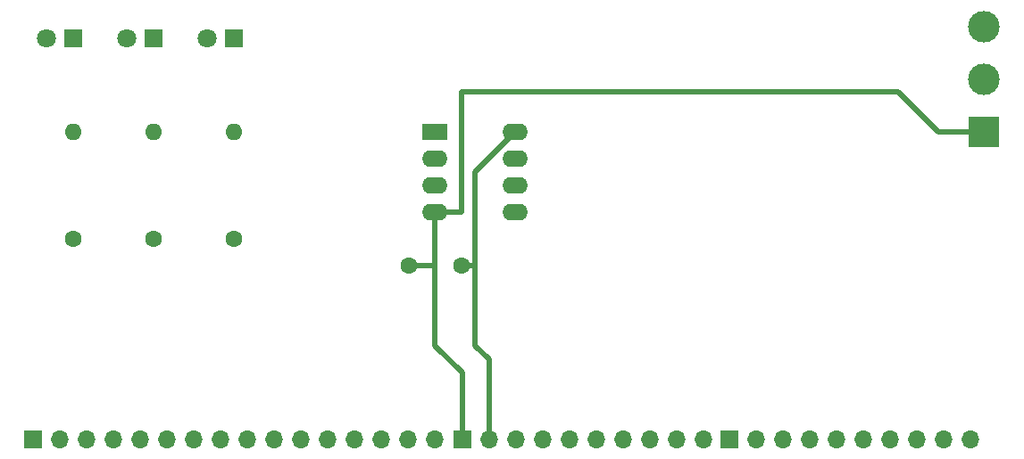
<source format=gbr>
%TF.GenerationSoftware,KiCad,Pcbnew,6.0.11+dfsg-1*%
%TF.CreationDate,2026-01-02T13:29:43+01:00*%
%TF.ProjectId,clock,636c6f63-6b2e-46b6-9963-61645f706362,rev?*%
%TF.SameCoordinates,Original*%
%TF.FileFunction,Copper,L1,Top*%
%TF.FilePolarity,Positive*%
%FSLAX46Y46*%
G04 Gerber Fmt 4.6, Leading zero omitted, Abs format (unit mm)*
G04 Created by KiCad (PCBNEW 6.0.11+dfsg-1) date 2026-01-02 13:29:43*
%MOMM*%
%LPD*%
G01*
G04 APERTURE LIST*
%TA.AperFunction,ComponentPad*%
%ADD10C,3.000000*%
%TD*%
%TA.AperFunction,ComponentPad*%
%ADD11R,3.000000X3.000000*%
%TD*%
%TA.AperFunction,ComponentPad*%
%ADD12C,1.600000*%
%TD*%
%TA.AperFunction,ComponentPad*%
%ADD13O,1.600000X1.600000*%
%TD*%
%TA.AperFunction,ComponentPad*%
%ADD14R,2.400000X1.600000*%
%TD*%
%TA.AperFunction,ComponentPad*%
%ADD15O,2.400000X1.600000*%
%TD*%
%TA.AperFunction,ComponentPad*%
%ADD16R,1.800000X1.800000*%
%TD*%
%TA.AperFunction,ComponentPad*%
%ADD17C,1.800000*%
%TD*%
%TA.AperFunction,ComponentPad*%
%ADD18R,1.700000X1.700000*%
%TD*%
%TA.AperFunction,ComponentPad*%
%ADD19O,1.700000X1.700000*%
%TD*%
%TA.AperFunction,Conductor*%
%ADD20C,0.500000*%
%TD*%
G04 APERTURE END LIST*
D10*
%TO.P,,3*%
%TO.N,N/C*%
X193040000Y-91600000D03*
%TD*%
D11*
%TO.P,,1*%
%TO.N,N/C*%
X193040000Y-101600000D03*
%TD*%
D10*
%TO.P,,2*%
%TO.N,N/C*%
X193040000Y-96600000D03*
%TD*%
D12*
%TO.P,104,1*%
%TO.N,N/C*%
X143470000Y-114300000D03*
%TO.P,104,2*%
X138470000Y-114300000D03*
%TD*%
%TO.P,1k,1*%
%TO.N,N/C*%
X121920000Y-111760000D03*
D13*
%TO.P,1k,2*%
X121920000Y-101600000D03*
%TD*%
D12*
%TO.P,1k,1*%
%TO.N,N/C*%
X114300000Y-111760000D03*
D13*
%TO.P,1k,2*%
X114300000Y-101600000D03*
%TD*%
D12*
%TO.P,1k,1*%
%TO.N,N/C*%
X106680000Y-111760000D03*
D13*
%TO.P,1k,2*%
X106680000Y-101600000D03*
%TD*%
D14*
%TO.P,tiny85,1*%
%TO.N,N/C*%
X140955000Y-101610000D03*
D15*
%TO.P,tiny85,2*%
X140955000Y-104150000D03*
%TO.P,tiny85,3*%
X140955000Y-106690000D03*
%TO.P,tiny85,4*%
X140955000Y-109230000D03*
%TO.P,tiny85,5*%
X148575000Y-109230000D03*
%TO.P,tiny85,6*%
X148575000Y-106690000D03*
%TO.P,tiny85,7*%
X148575000Y-104150000D03*
%TO.P,tiny85,8*%
X148575000Y-101610000D03*
%TD*%
D16*
%TO.P,REF\u002A\u002A,1*%
%TO.N,N/C*%
X106680000Y-92710000D03*
D17*
%TO.P,REF\u002A\u002A,2*%
X104140000Y-92710000D03*
%TD*%
D16*
%TO.P,REF\u002A\u002A,1*%
%TO.N,N/C*%
X114300000Y-92710000D03*
D17*
%TO.P,REF\u002A\u002A,2*%
X111760000Y-92710000D03*
%TD*%
D16*
%TO.P,REF\u002A\u002A,1*%
%TO.N,N/C*%
X121920000Y-92710000D03*
D17*
%TO.P,REF\u002A\u002A,2*%
X119380000Y-92710000D03*
%TD*%
D18*
%TO.P,REF\u002A\u002A,1*%
%TO.N,N/C*%
X168910000Y-130810000D03*
D19*
%TO.P,REF\u002A\u002A,2*%
X171450000Y-130810000D03*
%TO.P,REF\u002A\u002A,3*%
X173990000Y-130810000D03*
%TO.P,REF\u002A\u002A,4*%
X176530000Y-130810000D03*
%TO.P,REF\u002A\u002A,5*%
X179070000Y-130810000D03*
%TO.P,REF\u002A\u002A,6*%
X181610000Y-130810000D03*
%TO.P,REF\u002A\u002A,7*%
X184150000Y-130810000D03*
%TO.P,REF\u002A\u002A,8*%
X186690000Y-130810000D03*
%TO.P,REF\u002A\u002A,9*%
X189230000Y-130810000D03*
%TO.P,REF\u002A\u002A,10*%
X191770000Y-130810000D03*
%TD*%
D18*
%TO.P,REF\u002A\u002A,1*%
%TO.N,N/C*%
X143540000Y-130810000D03*
D19*
%TO.P,REF\u002A\u002A,2*%
X146080000Y-130810000D03*
%TO.P,REF\u002A\u002A,3*%
X148620000Y-130810000D03*
%TO.P,REF\u002A\u002A,4*%
X151160000Y-130810000D03*
%TO.P,REF\u002A\u002A,5*%
X153700000Y-130810000D03*
%TO.P,REF\u002A\u002A,6*%
X156240000Y-130810000D03*
%TO.P,REF\u002A\u002A,7*%
X158780000Y-130810000D03*
%TO.P,REF\u002A\u002A,8*%
X161320000Y-130810000D03*
%TO.P,REF\u002A\u002A,9*%
X163860000Y-130810000D03*
%TO.P,REF\u002A\u002A,10*%
X166400000Y-130810000D03*
%TD*%
D18*
%TO.P,REF\u002A\u002A,1*%
%TO.N,N/C*%
X102870000Y-130810000D03*
D19*
%TO.P,REF\u002A\u002A,2*%
X105410000Y-130810000D03*
%TO.P,REF\u002A\u002A,3*%
X107950000Y-130810000D03*
%TO.P,REF\u002A\u002A,4*%
X110490000Y-130810000D03*
%TO.P,REF\u002A\u002A,5*%
X113030000Y-130810000D03*
%TO.P,REF\u002A\u002A,6*%
X115570000Y-130810000D03*
%TO.P,REF\u002A\u002A,7*%
X118110000Y-130810000D03*
%TO.P,REF\u002A\u002A,8*%
X120650000Y-130810000D03*
%TO.P,REF\u002A\u002A,9*%
X123190000Y-130810000D03*
%TO.P,REF\u002A\u002A,10*%
X125730000Y-130810000D03*
%TO.P,REF\u002A\u002A,11*%
X128270000Y-130810000D03*
%TO.P,REF\u002A\u002A,12*%
X130810000Y-130810000D03*
%TO.P,REF\u002A\u002A,13*%
X133350000Y-130810000D03*
%TO.P,REF\u002A\u002A,14*%
X135890000Y-130810000D03*
%TO.P,REF\u002A\u002A,15*%
X138430000Y-130810000D03*
%TO.P,REF\u002A\u002A,16*%
X140970000Y-130810000D03*
%TD*%
D20*
%TO.N,*%
X193040000Y-101600000D02*
X188689000Y-101600000D01*
X188689000Y-101600000D02*
X184879000Y-97790000D01*
X184879000Y-97790000D02*
X143510000Y-97790000D01*
X143510000Y-109220000D02*
X143500000Y-109230000D01*
X143510000Y-97790000D02*
X143510000Y-109220000D01*
X143500000Y-109230000D02*
X140955000Y-109230000D01*
X144780000Y-121920000D02*
X144780000Y-114300000D01*
X144780000Y-114300000D02*
X144780000Y-105405000D01*
X143470000Y-114300000D02*
X144780000Y-114300000D01*
X140955000Y-121905000D02*
X140955000Y-114285000D01*
X138470000Y-114300000D02*
X140940000Y-114300000D01*
X140955000Y-114285000D02*
X140955000Y-109230000D01*
X140940000Y-114300000D02*
X140955000Y-114285000D01*
X146080000Y-130810000D02*
X146080000Y-123220000D01*
X146080000Y-123220000D02*
X144780000Y-121920000D01*
X144780000Y-105405000D02*
X148575000Y-101610000D01*
X143540000Y-130810000D02*
X143540000Y-124490000D01*
X143540000Y-124490000D02*
X140955000Y-121905000D01*
X143540000Y-130810000D02*
X143510000Y-130780000D01*
%TD*%
M02*

</source>
